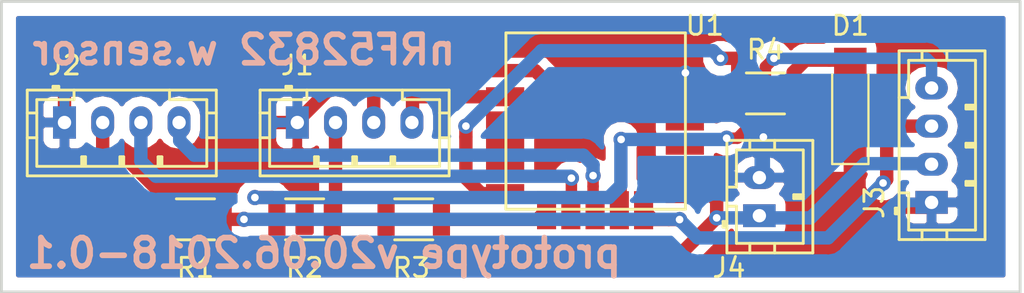
<source format=kicad_pcb>
(kicad_pcb (version 20171130) (host pcbnew "(5.0.0-rc2-183-g147c1e6)")

  (general
    (thickness 1.6)
    (drawings 6)
    (tracks 139)
    (zones 0)
    (modules 10)
    (nets 17)
  )

  (page A4)
  (layers
    (0 F.Cu signal)
    (31 B.Cu signal)
    (32 B.Adhes user)
    (33 F.Adhes user)
    (34 B.Paste user)
    (35 F.Paste user)
    (36 B.SilkS user)
    (37 F.SilkS user)
    (38 B.Mask user)
    (39 F.Mask user)
    (40 Dwgs.User user)
    (41 Cmts.User user)
    (42 Eco1.User user)
    (43 Eco2.User user)
    (44 Edge.Cuts user)
    (45 Margin user)
    (46 B.CrtYd user)
    (47 F.CrtYd user)
    (48 B.Fab user)
    (49 F.Fab user)
  )

  (setup
    (last_trace_width 0.25)
    (trace_clearance 0.2)
    (zone_clearance 0.508)
    (zone_45_only no)
    (trace_min 0.2)
    (segment_width 0.2)
    (edge_width 0.15)
    (via_size 0.8)
    (via_drill 0.4)
    (via_min_size 0.4)
    (via_min_drill 0.3)
    (uvia_size 0.3)
    (uvia_drill 0.1)
    (uvias_allowed no)
    (uvia_min_size 0.2)
    (uvia_min_drill 0.1)
    (pcb_text_width 0.3)
    (pcb_text_size 1.5 1.5)
    (mod_edge_width 0.15)
    (mod_text_size 1 1)
    (mod_text_width 0.15)
    (pad_size 1.524 1.524)
    (pad_drill 0.762)
    (pad_to_mask_clearance 0.2)
    (aux_axis_origin 0 0)
    (visible_elements FFFFFF7F)
    (pcbplotparams
      (layerselection 0x010fc_ffffffff)
      (usegerberextensions false)
      (usegerberattributes false)
      (usegerberadvancedattributes false)
      (creategerberjobfile false)
      (excludeedgelayer true)
      (linewidth 0.100000)
      (plotframeref false)
      (viasonmask false)
      (mode 1)
      (useauxorigin false)
      (hpglpennumber 1)
      (hpglpenspeed 20)
      (hpglpendiameter 15.000000)
      (psnegative false)
      (psa4output false)
      (plotreference true)
      (plotvalue true)
      (plotinvisibletext false)
      (padsonsilk false)
      (subtractmaskfromsilk false)
      (outputformat 1)
      (mirror false)
      (drillshape 1)
      (scaleselection 1)
      (outputdirectory ""))
  )

  (net 0 "")
  (net 1 "Net-(D1-Pad2)")
  (net 2 "Net-(J3-Pad3)")
  (net 3 "Net-(J3-Pad4)")
  (net 4 "Net-(R3-Pad1)")
  (net 5 "Net-(R4-Pad1)")
  (net 6 "Net-(U1-Pad3)")
  (net 7 "Net-(U1-Pad4)")
  (net 8 "Net-(U1-Pad13)")
  (net 9 "Net-(U1-Pad14)")
  (net 10 "Net-(U1-Pad12)")
  (net 11 GND)
  (net 12 "Net-(J1-Pad2)")
  (net 13 "Net-(J1-Pad3)")
  (net 14 "Net-(J1-Pad4)")
  (net 15 "Net-(J2-Pad4)")
  (net 16 "Net-(J2-Pad3)")

  (net_class Default "Это класс цепей по умолчанию."
    (clearance 0.2)
    (trace_width 0.25)
    (via_dia 0.8)
    (via_drill 0.4)
    (uvia_dia 0.3)
    (uvia_drill 0.1)
    (add_net GND)
    (add_net "Net-(D1-Pad2)")
    (add_net "Net-(J1-Pad2)")
    (add_net "Net-(J1-Pad3)")
    (add_net "Net-(J1-Pad4)")
    (add_net "Net-(J2-Pad3)")
    (add_net "Net-(J2-Pad4)")
    (add_net "Net-(J3-Pad3)")
    (add_net "Net-(J3-Pad4)")
    (add_net "Net-(R3-Pad1)")
    (add_net "Net-(R4-Pad1)")
    (add_net "Net-(U1-Pad12)")
    (add_net "Net-(U1-Pad13)")
    (add_net "Net-(U1-Pad14)")
    (add_net "Net-(U1-Pad3)")
    (add_net "Net-(U1-Pad4)")
  )

  (module LEDs:LED_1206_HandSoldering (layer F.Cu) (tedit 595FC724) (tstamp 5B2B24B8)
    (at 168.91 90.5195 90)
    (descr "LED SMD 1206, hand soldering")
    (tags "LED 1206")
    (path /5B2AEF91)
    (attr smd)
    (fp_text reference D1 (at 4.1595 0 180) (layer F.SilkS)
      (effects (font (size 1 1) (thickness 0.15)))
    )
    (fp_text value LED (at 0 1.9 90) (layer F.Fab)
      (effects (font (size 1 1) (thickness 0.15)))
    )
    (fp_line (start -3.1 -0.95) (end -3.1 0.95) (layer F.SilkS) (width 0.12))
    (fp_line (start -0.4 0) (end 0.2 -0.4) (layer F.Fab) (width 0.1))
    (fp_line (start 0.2 -0.4) (end 0.2 0.4) (layer F.Fab) (width 0.1))
    (fp_line (start 0.2 0.4) (end -0.4 0) (layer F.Fab) (width 0.1))
    (fp_line (start -0.45 -0.4) (end -0.45 0.4) (layer F.Fab) (width 0.1))
    (fp_line (start -1.6 0.8) (end -1.6 -0.8) (layer F.Fab) (width 0.1))
    (fp_line (start 1.6 0.8) (end -1.6 0.8) (layer F.Fab) (width 0.1))
    (fp_line (start 1.6 -0.8) (end 1.6 0.8) (layer F.Fab) (width 0.1))
    (fp_line (start -1.6 -0.8) (end 1.6 -0.8) (layer F.Fab) (width 0.1))
    (fp_line (start -3.1 0.95) (end 1.6 0.95) (layer F.SilkS) (width 0.12))
    (fp_line (start -3.1 -0.95) (end 1.6 -0.95) (layer F.SilkS) (width 0.12))
    (fp_line (start -3.25 -1.11) (end 3.25 -1.11) (layer F.CrtYd) (width 0.05))
    (fp_line (start -3.25 -1.11) (end -3.25 1.1) (layer F.CrtYd) (width 0.05))
    (fp_line (start 3.25 1.1) (end 3.25 -1.11) (layer F.CrtYd) (width 0.05))
    (fp_line (start 3.25 1.1) (end -3.25 1.1) (layer F.CrtYd) (width 0.05))
    (pad 1 smd rect (at -2 0 90) (size 2 1.7) (layers F.Cu F.Paste F.Mask)
      (net 11 GND))
    (pad 2 smd rect (at 2 0 90) (size 2 1.7) (layers F.Cu F.Paste F.Mask)
      (net 1 "Net-(D1-Pad2)"))
    (model ${KISYS3DMOD}/LEDs.3dshapes/LED_1206.wrl
      (at (xyz 0 0 0))
      (scale (xyz 1 1 1))
      (rotate (xyz 0 0 180))
    )
  )

  (module Resistors_SMD:R_1206 (layer F.Cu) (tedit 58307BE8) (tstamp 5B2B1B98)
    (at 134.62 96.52 180)
    (descr "Resistor SMD 1206, reflow soldering, Vishay (see dcrcw.pdf)")
    (tags "resistor 1206")
    (path /5B2A363F)
    (attr smd)
    (fp_text reference R1 (at 0 -2.54) (layer F.SilkS)
      (effects (font (size 1 1) (thickness 0.15)))
    )
    (fp_text value 4.7k (at 0 2.3 180) (layer F.Fab)
      (effects (font (size 1 1) (thickness 0.15)))
    )
    (fp_line (start -1.6 0.8) (end -1.6 -0.8) (layer F.Fab) (width 0.1))
    (fp_line (start 1.6 0.8) (end -1.6 0.8) (layer F.Fab) (width 0.1))
    (fp_line (start 1.6 -0.8) (end 1.6 0.8) (layer F.Fab) (width 0.1))
    (fp_line (start -1.6 -0.8) (end 1.6 -0.8) (layer F.Fab) (width 0.1))
    (fp_line (start -2.2 -1.2) (end 2.2 -1.2) (layer F.CrtYd) (width 0.05))
    (fp_line (start -2.2 1.2) (end 2.2 1.2) (layer F.CrtYd) (width 0.05))
    (fp_line (start -2.2 -1.2) (end -2.2 1.2) (layer F.CrtYd) (width 0.05))
    (fp_line (start 2.2 -1.2) (end 2.2 1.2) (layer F.CrtYd) (width 0.05))
    (fp_line (start 1 1.075) (end -1 1.075) (layer F.SilkS) (width 0.15))
    (fp_line (start -1 -1.075) (end 1 -1.075) (layer F.SilkS) (width 0.15))
    (pad 1 smd rect (at -1.45 0 180) (size 0.9 1.7) (layers F.Cu F.Paste F.Mask)
      (net 2 "Net-(J3-Pad3)"))
    (pad 2 smd rect (at 1.45 0 180) (size 0.9 1.7) (layers F.Cu F.Paste F.Mask)
      (net 12 "Net-(J1-Pad2)"))
    (model Resistors_SMD.3dshapes/R_1206.wrl
      (at (xyz 0 0 0))
      (scale (xyz 1 1 1))
      (rotate (xyz 0 0 0))
    )
  )

  (module Resistors_SMD:R_1206 (layer F.Cu) (tedit 58307BE8) (tstamp 5B2B1BF2)
    (at 140.335 96.52)
    (descr "Resistor SMD 1206, reflow soldering, Vishay (see dcrcw.pdf)")
    (tags "resistor 1206")
    (path /5B2A3613)
    (attr smd)
    (fp_text reference R2 (at 0 2.54) (layer F.SilkS)
      (effects (font (size 1 1) (thickness 0.15)))
    )
    (fp_text value 4.7k (at 0 2.3) (layer F.Fab)
      (effects (font (size 1 1) (thickness 0.15)))
    )
    (fp_line (start -1 -1.075) (end 1 -1.075) (layer F.SilkS) (width 0.15))
    (fp_line (start 1 1.075) (end -1 1.075) (layer F.SilkS) (width 0.15))
    (fp_line (start 2.2 -1.2) (end 2.2 1.2) (layer F.CrtYd) (width 0.05))
    (fp_line (start -2.2 -1.2) (end -2.2 1.2) (layer F.CrtYd) (width 0.05))
    (fp_line (start -2.2 1.2) (end 2.2 1.2) (layer F.CrtYd) (width 0.05))
    (fp_line (start -2.2 -1.2) (end 2.2 -1.2) (layer F.CrtYd) (width 0.05))
    (fp_line (start -1.6 -0.8) (end 1.6 -0.8) (layer F.Fab) (width 0.1))
    (fp_line (start 1.6 -0.8) (end 1.6 0.8) (layer F.Fab) (width 0.1))
    (fp_line (start 1.6 0.8) (end -1.6 0.8) (layer F.Fab) (width 0.1))
    (fp_line (start -1.6 0.8) (end -1.6 -0.8) (layer F.Fab) (width 0.1))
    (pad 2 smd rect (at 1.45 0) (size 0.9 1.7) (layers F.Cu F.Paste F.Mask)
      (net 12 "Net-(J1-Pad2)"))
    (pad 1 smd rect (at -1.45 0) (size 0.9 1.7) (layers F.Cu F.Paste F.Mask)
      (net 3 "Net-(J3-Pad4)"))
    (model Resistors_SMD.3dshapes/R_1206.wrl
      (at (xyz 0 0 0))
      (scale (xyz 1 1 1))
      (rotate (xyz 0 0 0))
    )
  )

  (module Resistors_SMD:R_1206 (layer F.Cu) (tedit 58307BE8) (tstamp 5B2B1BC5)
    (at 146.05 96.52 180)
    (descr "Resistor SMD 1206, reflow soldering, Vishay (see dcrcw.pdf)")
    (tags "resistor 1206")
    (path /5B2A350C)
    (attr smd)
    (fp_text reference R3 (at 0.127 -2.54 180) (layer F.SilkS)
      (effects (font (size 1 1) (thickness 0.15)))
    )
    (fp_text value 200 (at 0 2.3 180) (layer F.Fab)
      (effects (font (size 1 1) (thickness 0.15)))
    )
    (fp_line (start -1.6 0.8) (end -1.6 -0.8) (layer F.Fab) (width 0.1))
    (fp_line (start 1.6 0.8) (end -1.6 0.8) (layer F.Fab) (width 0.1))
    (fp_line (start 1.6 -0.8) (end 1.6 0.8) (layer F.Fab) (width 0.1))
    (fp_line (start -1.6 -0.8) (end 1.6 -0.8) (layer F.Fab) (width 0.1))
    (fp_line (start -2.2 -1.2) (end 2.2 -1.2) (layer F.CrtYd) (width 0.05))
    (fp_line (start -2.2 1.2) (end 2.2 1.2) (layer F.CrtYd) (width 0.05))
    (fp_line (start -2.2 -1.2) (end -2.2 1.2) (layer F.CrtYd) (width 0.05))
    (fp_line (start 2.2 -1.2) (end 2.2 1.2) (layer F.CrtYd) (width 0.05))
    (fp_line (start 1 1.075) (end -1 1.075) (layer F.SilkS) (width 0.15))
    (fp_line (start -1 -1.075) (end 1 -1.075) (layer F.SilkS) (width 0.15))
    (pad 1 smd rect (at -1.45 0 180) (size 0.9 1.7) (layers F.Cu F.Paste F.Mask)
      (net 4 "Net-(R3-Pad1)"))
    (pad 2 smd rect (at 1.45 0 180) (size 0.9 1.7) (layers F.Cu F.Paste F.Mask)
      (net 12 "Net-(J1-Pad2)"))
    (model Resistors_SMD.3dshapes/R_1206.wrl
      (at (xyz 0 0 0))
      (scale (xyz 1 1 1))
      (rotate (xyz 0 0 0))
    )
  )

  (module Resistors_SMD:R_1206 (layer F.Cu) (tedit 58307BE8) (tstamp 5B2B1C1F)
    (at 164.465 89.916)
    (descr "Resistor SMD 1206, reflow soldering, Vishay (see dcrcw.pdf)")
    (tags "resistor 1206")
    (path /5B2AE535)
    (attr smd)
    (fp_text reference R4 (at 0 -2.3) (layer F.SilkS)
      (effects (font (size 1 1) (thickness 0.15)))
    )
    (fp_text value 200 (at 0 2.3) (layer F.Fab)
      (effects (font (size 1 1) (thickness 0.15)))
    )
    (fp_line (start -1 -1.075) (end 1 -1.075) (layer F.SilkS) (width 0.15))
    (fp_line (start 1 1.075) (end -1 1.075) (layer F.SilkS) (width 0.15))
    (fp_line (start 2.2 -1.2) (end 2.2 1.2) (layer F.CrtYd) (width 0.05))
    (fp_line (start -2.2 -1.2) (end -2.2 1.2) (layer F.CrtYd) (width 0.05))
    (fp_line (start -2.2 1.2) (end 2.2 1.2) (layer F.CrtYd) (width 0.05))
    (fp_line (start -2.2 -1.2) (end 2.2 -1.2) (layer F.CrtYd) (width 0.05))
    (fp_line (start -1.6 -0.8) (end 1.6 -0.8) (layer F.Fab) (width 0.1))
    (fp_line (start 1.6 -0.8) (end 1.6 0.8) (layer F.Fab) (width 0.1))
    (fp_line (start 1.6 0.8) (end -1.6 0.8) (layer F.Fab) (width 0.1))
    (fp_line (start -1.6 0.8) (end -1.6 -0.8) (layer F.Fab) (width 0.1))
    (pad 2 smd rect (at 1.45 0) (size 0.9 1.7) (layers F.Cu F.Paste F.Mask)
      (net 1 "Net-(D1-Pad2)"))
    (pad 1 smd rect (at -1.45 0) (size 0.9 1.7) (layers F.Cu F.Paste F.Mask)
      (net 5 "Net-(R4-Pad1)"))
    (model Resistors_SMD.3dshapes/R_1206.wrl
      (at (xyz 0 0 0))
      (scale (xyz 1 1 1))
      (rotate (xyz 0 0 0))
    )
  )

  (module wsens:HOLYIOT_17095 (layer F.Cu) (tedit 5B2A2753) (tstamp 5B2B1B5D)
    (at 155.575 91.44)
    (path /5B2A33ED)
    (fp_text reference U1 (at 5.715 -5.08) (layer F.SilkS)
      (effects (font (size 1 1) (thickness 0.15)))
    )
    (fp_text value HOLYIOT-17095 (at -0.1 -5.08) (layer F.Fab)
      (effects (font (size 1 1) (thickness 0.15)))
    )
    (fp_line (start -4.7 4.55) (end 4.7 4.55) (layer F.SilkS) (width 0.15))
    (fp_line (start 4.7 4.55) (end 4.7 -4.7) (layer F.SilkS) (width 0.15))
    (fp_line (start 4.7 -4.7) (end -4.7 -4.7) (layer F.SilkS) (width 0.15))
    (fp_line (start -4.7 -4.7) (end -4.7 4.55) (layer F.SilkS) (width 0.15))
    (pad 1 smd rect (at -4.74 -1.35) (size 2 1) (layers F.Cu F.Paste F.Mask)
      (net 14 "Net-(J1-Pad4)"))
    (pad 2 smd rect (at -4.74 -0.08) (size 2 1) (layers F.Cu F.Paste F.Mask)
      (net 13 "Net-(J1-Pad3)"))
    (pad 3 smd rect (at -4.74 1.19) (size 2 1) (layers F.Cu F.Paste F.Mask)
      (net 6 "Net-(U1-Pad3)"))
    (pad 4 smd rect (at -4.74 2.46) (size 2 1) (layers F.Cu F.Paste F.Mask)
      (net 7 "Net-(U1-Pad4)"))
    (pad 5 smd rect (at -4.74 3.73) (size 2 1) (layers F.Cu F.Paste F.Mask)
      (net 5 "Net-(R4-Pad1)"))
    (pad 13 smd rect (at 4.67 1.19) (size 2 1) (layers F.Cu F.Paste F.Mask)
      (net 8 "Net-(U1-Pad13)"))
    (pad 15 smd rect (at 4.67 -1.35) (size 2 1) (layers F.Cu F.Paste F.Mask)
      (net 11 GND))
    (pad 11 smd rect (at 4.67 3.73) (size 2 1) (layers F.Cu F.Paste F.Mask)
      (net 12 "Net-(J1-Pad2)"))
    (pad 14 smd rect (at 4.67 -0.08) (size 2 1) (layers F.Cu F.Paste F.Mask)
      (net 9 "Net-(U1-Pad14)"))
    (pad 12 smd rect (at 4.67 2.46) (size 2 1) (layers F.Cu F.Paste F.Mask)
      (net 10 "Net-(U1-Pad12)"))
    (pad 8 smd rect (at -0.03 4.6 90) (size 2 1) (layers F.Cu F.Paste F.Mask)
      (net 15 "Net-(J2-Pad4)"))
    (pad 6 smd rect (at -2.57 4.6 90) (size 2 1) (layers F.Cu F.Paste F.Mask)
      (net 4 "Net-(R3-Pad1)"))
    (pad 10 smd rect (at 2.51 4.6 90) (size 2 1) (layers F.Cu F.Paste F.Mask)
      (net 2 "Net-(J3-Pad3)"))
    (pad 7 smd rect (at -1.3 4.6 90) (size 2 1) (layers F.Cu F.Paste F.Mask)
      (net 16 "Net-(J2-Pad3)"))
    (pad 9 smd rect (at 1.24 4.6 90) (size 2 1) (layers F.Cu F.Paste F.Mask)
      (net 3 "Net-(J3-Pad4)"))
  )

  (module Connectors_JST:JST_PH_B4B-PH-K_04x2.00mm_Straight (layer F.Cu) (tedit 56B07786) (tstamp 5B2EC576)
    (at 139.954 91.44)
    (descr http://www.jst-mfg.com/product/pdf/eng/ePH.pdf)
    (tags "connector jst ph")
    (path /5B2A3B6C)
    (fp_text reference J1 (at 0 -3) (layer F.SilkS)
      (effects (font (size 1 1) (thickness 0.15)))
    )
    (fp_text value SWD (at 3 4) (layer F.Fab)
      (effects (font (size 1 1) (thickness 0.15)))
    )
    (fp_line (start -1.95 2.8) (end -1.95 -1.7) (layer F.SilkS) (width 0.15))
    (fp_line (start -1.95 -1.7) (end 7.95 -1.7) (layer F.SilkS) (width 0.15))
    (fp_line (start 7.95 -1.7) (end 7.95 2.8) (layer F.SilkS) (width 0.15))
    (fp_line (start 7.95 2.8) (end -1.95 2.8) (layer F.SilkS) (width 0.15))
    (fp_line (start 0.5 -1.7) (end 0.5 -1.2) (layer F.SilkS) (width 0.15))
    (fp_line (start 0.5 -1.2) (end -1.45 -1.2) (layer F.SilkS) (width 0.15))
    (fp_line (start -1.45 -1.2) (end -1.45 2.3) (layer F.SilkS) (width 0.15))
    (fp_line (start -1.45 2.3) (end 7.45 2.3) (layer F.SilkS) (width 0.15))
    (fp_line (start 7.45 2.3) (end 7.45 -1.2) (layer F.SilkS) (width 0.15))
    (fp_line (start 7.45 -1.2) (end 5.5 -1.2) (layer F.SilkS) (width 0.15))
    (fp_line (start 5.5 -1.2) (end 5.5 -1.7) (layer F.SilkS) (width 0.15))
    (fp_line (start -1.95 -0.5) (end -1.45 -0.5) (layer F.SilkS) (width 0.15))
    (fp_line (start -1.95 0.8) (end -1.45 0.8) (layer F.SilkS) (width 0.15))
    (fp_line (start 7.45 -0.5) (end 7.95 -0.5) (layer F.SilkS) (width 0.15))
    (fp_line (start 7.45 0.8) (end 7.95 0.8) (layer F.SilkS) (width 0.15))
    (fp_line (start -0.3 -1.7) (end -0.3 -1.9) (layer F.SilkS) (width 0.15))
    (fp_line (start -0.3 -1.9) (end -0.6 -1.9) (layer F.SilkS) (width 0.15))
    (fp_line (start -0.6 -1.9) (end -0.6 -1.7) (layer F.SilkS) (width 0.15))
    (fp_line (start -0.3 -1.8) (end -0.6 -1.8) (layer F.SilkS) (width 0.15))
    (fp_line (start 0.9 2.3) (end 0.9 1.8) (layer F.SilkS) (width 0.15))
    (fp_line (start 0.9 1.8) (end 1.1 1.8) (layer F.SilkS) (width 0.15))
    (fp_line (start 1.1 1.8) (end 1.1 2.3) (layer F.SilkS) (width 0.15))
    (fp_line (start 1 2.3) (end 1 1.8) (layer F.SilkS) (width 0.15))
    (fp_line (start 2.9 2.3) (end 2.9 1.8) (layer F.SilkS) (width 0.15))
    (fp_line (start 2.9 1.8) (end 3.1 1.8) (layer F.SilkS) (width 0.15))
    (fp_line (start 3.1 1.8) (end 3.1 2.3) (layer F.SilkS) (width 0.15))
    (fp_line (start 3 2.3) (end 3 1.8) (layer F.SilkS) (width 0.15))
    (fp_line (start 4.9 2.3) (end 4.9 1.8) (layer F.SilkS) (width 0.15))
    (fp_line (start 4.9 1.8) (end 5.1 1.8) (layer F.SilkS) (width 0.15))
    (fp_line (start 5.1 1.8) (end 5.1 2.3) (layer F.SilkS) (width 0.15))
    (fp_line (start 5 2.3) (end 5 1.8) (layer F.SilkS) (width 0.15))
    (fp_line (start -2.45 3.3) (end -2.45 -2.2) (layer F.CrtYd) (width 0.05))
    (fp_line (start -2.45 -2.2) (end 8.45 -2.2) (layer F.CrtYd) (width 0.05))
    (fp_line (start 8.45 -2.2) (end 8.45 3.3) (layer F.CrtYd) (width 0.05))
    (fp_line (start 8.45 3.3) (end -2.45 3.3) (layer F.CrtYd) (width 0.05))
    (pad 1 thru_hole rect (at 0 0) (size 1.2 1.7) (drill 0.7) (layers *.Cu *.Mask)
      (net 11 GND))
    (pad 2 thru_hole oval (at 2 0) (size 1.2 1.7) (drill 0.7) (layers *.Cu *.Mask)
      (net 12 "Net-(J1-Pad2)"))
    (pad 3 thru_hole oval (at 4 0) (size 1.2 1.7) (drill 0.7) (layers *.Cu *.Mask)
      (net 13 "Net-(J1-Pad3)"))
    (pad 4 thru_hole oval (at 6 0) (size 1.2 1.7) (drill 0.7) (layers *.Cu *.Mask)
      (net 14 "Net-(J1-Pad4)"))
  )

  (module Connectors_JST:JST_PH_B4B-PH-K_04x2.00mm_Straight (layer F.Cu) (tedit 56B07786) (tstamp 5B2EC5A0)
    (at 127.762 91.44)
    (descr http://www.jst-mfg.com/product/pdf/eng/ePH.pdf)
    (tags "connector jst ph")
    (path /5B2A3C7A)
    (fp_text reference J2 (at 0 -3) (layer F.SilkS)
      (effects (font (size 1 1) (thickness 0.15)))
    )
    (fp_text value UART (at 3 4) (layer F.Fab)
      (effects (font (size 1 1) (thickness 0.15)))
    )
    (fp_line (start 8.45 3.3) (end -2.45 3.3) (layer F.CrtYd) (width 0.05))
    (fp_line (start 8.45 -2.2) (end 8.45 3.3) (layer F.CrtYd) (width 0.05))
    (fp_line (start -2.45 -2.2) (end 8.45 -2.2) (layer F.CrtYd) (width 0.05))
    (fp_line (start -2.45 3.3) (end -2.45 -2.2) (layer F.CrtYd) (width 0.05))
    (fp_line (start 5 2.3) (end 5 1.8) (layer F.SilkS) (width 0.15))
    (fp_line (start 5.1 1.8) (end 5.1 2.3) (layer F.SilkS) (width 0.15))
    (fp_line (start 4.9 1.8) (end 5.1 1.8) (layer F.SilkS) (width 0.15))
    (fp_line (start 4.9 2.3) (end 4.9 1.8) (layer F.SilkS) (width 0.15))
    (fp_line (start 3 2.3) (end 3 1.8) (layer F.SilkS) (width 0.15))
    (fp_line (start 3.1 1.8) (end 3.1 2.3) (layer F.SilkS) (width 0.15))
    (fp_line (start 2.9 1.8) (end 3.1 1.8) (layer F.SilkS) (width 0.15))
    (fp_line (start 2.9 2.3) (end 2.9 1.8) (layer F.SilkS) (width 0.15))
    (fp_line (start 1 2.3) (end 1 1.8) (layer F.SilkS) (width 0.15))
    (fp_line (start 1.1 1.8) (end 1.1 2.3) (layer F.SilkS) (width 0.15))
    (fp_line (start 0.9 1.8) (end 1.1 1.8) (layer F.SilkS) (width 0.15))
    (fp_line (start 0.9 2.3) (end 0.9 1.8) (layer F.SilkS) (width 0.15))
    (fp_line (start -0.3 -1.8) (end -0.6 -1.8) (layer F.SilkS) (width 0.15))
    (fp_line (start -0.6 -1.9) (end -0.6 -1.7) (layer F.SilkS) (width 0.15))
    (fp_line (start -0.3 -1.9) (end -0.6 -1.9) (layer F.SilkS) (width 0.15))
    (fp_line (start -0.3 -1.7) (end -0.3 -1.9) (layer F.SilkS) (width 0.15))
    (fp_line (start 7.45 0.8) (end 7.95 0.8) (layer F.SilkS) (width 0.15))
    (fp_line (start 7.45 -0.5) (end 7.95 -0.5) (layer F.SilkS) (width 0.15))
    (fp_line (start -1.95 0.8) (end -1.45 0.8) (layer F.SilkS) (width 0.15))
    (fp_line (start -1.95 -0.5) (end -1.45 -0.5) (layer F.SilkS) (width 0.15))
    (fp_line (start 5.5 -1.2) (end 5.5 -1.7) (layer F.SilkS) (width 0.15))
    (fp_line (start 7.45 -1.2) (end 5.5 -1.2) (layer F.SilkS) (width 0.15))
    (fp_line (start 7.45 2.3) (end 7.45 -1.2) (layer F.SilkS) (width 0.15))
    (fp_line (start -1.45 2.3) (end 7.45 2.3) (layer F.SilkS) (width 0.15))
    (fp_line (start -1.45 -1.2) (end -1.45 2.3) (layer F.SilkS) (width 0.15))
    (fp_line (start 0.5 -1.2) (end -1.45 -1.2) (layer F.SilkS) (width 0.15))
    (fp_line (start 0.5 -1.7) (end 0.5 -1.2) (layer F.SilkS) (width 0.15))
    (fp_line (start 7.95 2.8) (end -1.95 2.8) (layer F.SilkS) (width 0.15))
    (fp_line (start 7.95 -1.7) (end 7.95 2.8) (layer F.SilkS) (width 0.15))
    (fp_line (start -1.95 -1.7) (end 7.95 -1.7) (layer F.SilkS) (width 0.15))
    (fp_line (start -1.95 2.8) (end -1.95 -1.7) (layer F.SilkS) (width 0.15))
    (pad 4 thru_hole oval (at 6 0) (size 1.2 1.7) (drill 0.7) (layers *.Cu *.Mask)
      (net 15 "Net-(J2-Pad4)"))
    (pad 3 thru_hole oval (at 4 0) (size 1.2 1.7) (drill 0.7) (layers *.Cu *.Mask)
      (net 16 "Net-(J2-Pad3)"))
    (pad 2 thru_hole oval (at 2 0) (size 1.2 1.7) (drill 0.7) (layers *.Cu *.Mask)
      (net 12 "Net-(J1-Pad2)"))
    (pad 1 thru_hole rect (at 0 0) (size 1.2 1.7) (drill 0.7) (layers *.Cu *.Mask)
      (net 11 GND))
  )

  (module Connectors_JST:JST_PH_B4B-PH-K_04x2.00mm_Straight (layer F.Cu) (tedit 56B07786) (tstamp 5B2EC5CA)
    (at 173.1645 95.631 90)
    (descr http://www.jst-mfg.com/product/pdf/eng/ePH.pdf)
    (tags "connector jst ph")
    (path /5B2A3D3B)
    (fp_text reference J3 (at 0 -3 90) (layer F.SilkS)
      (effects (font (size 1 1) (thickness 0.15)))
    )
    (fp_text value I2C (at 3 4 90) (layer F.Fab)
      (effects (font (size 1 1) (thickness 0.15)))
    )
    (fp_line (start -1.95 2.8) (end -1.95 -1.7) (layer F.SilkS) (width 0.15))
    (fp_line (start -1.95 -1.7) (end 7.95 -1.7) (layer F.SilkS) (width 0.15))
    (fp_line (start 7.95 -1.7) (end 7.95 2.8) (layer F.SilkS) (width 0.15))
    (fp_line (start 7.95 2.8) (end -1.95 2.8) (layer F.SilkS) (width 0.15))
    (fp_line (start 0.5 -1.7) (end 0.5 -1.2) (layer F.SilkS) (width 0.15))
    (fp_line (start 0.5 -1.2) (end -1.45 -1.2) (layer F.SilkS) (width 0.15))
    (fp_line (start -1.45 -1.2) (end -1.45 2.3) (layer F.SilkS) (width 0.15))
    (fp_line (start -1.45 2.3) (end 7.45 2.3) (layer F.SilkS) (width 0.15))
    (fp_line (start 7.45 2.3) (end 7.45 -1.2) (layer F.SilkS) (width 0.15))
    (fp_line (start 7.45 -1.2) (end 5.5 -1.2) (layer F.SilkS) (width 0.15))
    (fp_line (start 5.5 -1.2) (end 5.5 -1.7) (layer F.SilkS) (width 0.15))
    (fp_line (start -1.95 -0.5) (end -1.45 -0.5) (layer F.SilkS) (width 0.15))
    (fp_line (start -1.95 0.8) (end -1.45 0.8) (layer F.SilkS) (width 0.15))
    (fp_line (start 7.45 -0.5) (end 7.95 -0.5) (layer F.SilkS) (width 0.15))
    (fp_line (start 7.45 0.8) (end 7.95 0.8) (layer F.SilkS) (width 0.15))
    (fp_line (start -0.3 -1.7) (end -0.3 -1.9) (layer F.SilkS) (width 0.15))
    (fp_line (start -0.3 -1.9) (end -0.6 -1.9) (layer F.SilkS) (width 0.15))
    (fp_line (start -0.6 -1.9) (end -0.6 -1.7) (layer F.SilkS) (width 0.15))
    (fp_line (start -0.3 -1.8) (end -0.6 -1.8) (layer F.SilkS) (width 0.15))
    (fp_line (start 0.9 2.3) (end 0.9 1.8) (layer F.SilkS) (width 0.15))
    (fp_line (start 0.9 1.8) (end 1.1 1.8) (layer F.SilkS) (width 0.15))
    (fp_line (start 1.1 1.8) (end 1.1 2.3) (layer F.SilkS) (width 0.15))
    (fp_line (start 1 2.3) (end 1 1.8) (layer F.SilkS) (width 0.15))
    (fp_line (start 2.9 2.3) (end 2.9 1.8) (layer F.SilkS) (width 0.15))
    (fp_line (start 2.9 1.8) (end 3.1 1.8) (layer F.SilkS) (width 0.15))
    (fp_line (start 3.1 1.8) (end 3.1 2.3) (layer F.SilkS) (width 0.15))
    (fp_line (start 3 2.3) (end 3 1.8) (layer F.SilkS) (width 0.15))
    (fp_line (start 4.9 2.3) (end 4.9 1.8) (layer F.SilkS) (width 0.15))
    (fp_line (start 4.9 1.8) (end 5.1 1.8) (layer F.SilkS) (width 0.15))
    (fp_line (start 5.1 1.8) (end 5.1 2.3) (layer F.SilkS) (width 0.15))
    (fp_line (start 5 2.3) (end 5 1.8) (layer F.SilkS) (width 0.15))
    (fp_line (start -2.45 3.3) (end -2.45 -2.2) (layer F.CrtYd) (width 0.05))
    (fp_line (start -2.45 -2.2) (end 8.45 -2.2) (layer F.CrtYd) (width 0.05))
    (fp_line (start 8.45 -2.2) (end 8.45 3.3) (layer F.CrtYd) (width 0.05))
    (fp_line (start 8.45 3.3) (end -2.45 3.3) (layer F.CrtYd) (width 0.05))
    (pad 1 thru_hole rect (at 0 0 90) (size 1.2 1.7) (drill 0.7) (layers *.Cu *.Mask)
      (net 11 GND))
    (pad 2 thru_hole oval (at 2 0 90) (size 1.2 1.7) (drill 0.7) (layers *.Cu *.Mask)
      (net 12 "Net-(J1-Pad2)"))
    (pad 3 thru_hole oval (at 4 0 90) (size 1.2 1.7) (drill 0.7) (layers *.Cu *.Mask)
      (net 2 "Net-(J3-Pad3)"))
    (pad 4 thru_hole oval (at 6 0 90) (size 1.2 1.7) (drill 0.7) (layers *.Cu *.Mask)
      (net 3 "Net-(J3-Pad4)"))
  )

  (module Connectors_JST:JST_PH_B2B-PH-K_02x2.00mm_Straight (layer F.Cu) (tedit 56B07786) (tstamp 5B2F6383)
    (at 164.1475 96.3295 90)
    (descr http://www.jst-mfg.com/product/pdf/eng/ePH.pdf)
    (tags "connector jst ph")
    (path /5B2B0A13)
    (fp_text reference J4 (at -2.7305 -1.5875 180) (layer F.SilkS)
      (effects (font (size 1 1) (thickness 0.15)))
    )
    (fp_text value Batt (at 1 4 90) (layer F.Fab)
      (effects (font (size 1 1) (thickness 0.15)))
    )
    (fp_line (start -1.95 2.8) (end -1.95 -1.7) (layer F.SilkS) (width 0.15))
    (fp_line (start -1.95 -1.7) (end 3.95 -1.7) (layer F.SilkS) (width 0.15))
    (fp_line (start 3.95 -1.7) (end 3.95 2.8) (layer F.SilkS) (width 0.15))
    (fp_line (start 3.95 2.8) (end -1.95 2.8) (layer F.SilkS) (width 0.15))
    (fp_line (start 0.5 -1.7) (end 0.5 -1.2) (layer F.SilkS) (width 0.15))
    (fp_line (start 0.5 -1.2) (end -1.45 -1.2) (layer F.SilkS) (width 0.15))
    (fp_line (start -1.45 -1.2) (end -1.45 2.3) (layer F.SilkS) (width 0.15))
    (fp_line (start -1.45 2.3) (end 3.45 2.3) (layer F.SilkS) (width 0.15))
    (fp_line (start 3.45 2.3) (end 3.45 -1.2) (layer F.SilkS) (width 0.15))
    (fp_line (start 3.45 -1.2) (end 1.5 -1.2) (layer F.SilkS) (width 0.15))
    (fp_line (start 1.5 -1.2) (end 1.5 -1.7) (layer F.SilkS) (width 0.15))
    (fp_line (start -1.95 -0.5) (end -1.45 -0.5) (layer F.SilkS) (width 0.15))
    (fp_line (start -1.95 0.8) (end -1.45 0.8) (layer F.SilkS) (width 0.15))
    (fp_line (start 3.45 -0.5) (end 3.95 -0.5) (layer F.SilkS) (width 0.15))
    (fp_line (start 3.45 0.8) (end 3.95 0.8) (layer F.SilkS) (width 0.15))
    (fp_line (start -0.3 -1.7) (end -0.3 -1.9) (layer F.SilkS) (width 0.15))
    (fp_line (start -0.3 -1.9) (end -0.6 -1.9) (layer F.SilkS) (width 0.15))
    (fp_line (start -0.6 -1.9) (end -0.6 -1.7) (layer F.SilkS) (width 0.15))
    (fp_line (start -0.3 -1.8) (end -0.6 -1.8) (layer F.SilkS) (width 0.15))
    (fp_line (start 0.9 2.3) (end 0.9 1.8) (layer F.SilkS) (width 0.15))
    (fp_line (start 0.9 1.8) (end 1.1 1.8) (layer F.SilkS) (width 0.15))
    (fp_line (start 1.1 1.8) (end 1.1 2.3) (layer F.SilkS) (width 0.15))
    (fp_line (start 1 2.3) (end 1 1.8) (layer F.SilkS) (width 0.15))
    (fp_line (start -2.45 3.3) (end -2.45 -2.2) (layer F.CrtYd) (width 0.05))
    (fp_line (start -2.45 -2.2) (end 4.45 -2.2) (layer F.CrtYd) (width 0.05))
    (fp_line (start 4.45 -2.2) (end 4.45 3.3) (layer F.CrtYd) (width 0.05))
    (fp_line (start 4.45 3.3) (end -2.45 3.3) (layer F.CrtYd) (width 0.05))
    (pad 1 thru_hole rect (at 0 0 90) (size 1.2 1.7) (drill 0.7) (layers *.Cu *.Mask)
      (net 12 "Net-(J1-Pad2)"))
    (pad 2 thru_hole oval (at 2 0 90) (size 1.2 1.7) (drill 0.7) (layers *.Cu *.Mask)
      (net 11 GND))
  )

  (gr_text "prototype v20.06.2018-0.1" (at 141.351 98.298) (layer B.SilkS)
    (effects (font (size 1.5 1.5) (thickness 0.3)) (justify mirror))
  )
  (gr_line (start 124.46 100.33) (end 124.46 85.09) (layer Edge.Cuts) (width 0.15))
  (gr_line (start 177.8 100.33) (end 124.46 100.33) (layer Edge.Cuts) (width 0.15))
  (gr_line (start 177.8 85.09) (end 177.8 100.33) (layer Edge.Cuts) (width 0.15))
  (gr_line (start 124.46 85.09) (end 177.8 85.09) (layer Edge.Cuts) (width 0.15))
  (gr_text "nRF52832 w.sensor" (at 137.16 87.63) (layer B.SilkS)
    (effects (font (size 1.5 1.5) (thickness 0.3)) (justify mirror))
  )

  (segment (start 167.81 88.17) (end 168.91 88.17) (width 0.7) (layer F.Cu) (net 1))
  (segment (start 166.561 88.17) (end 167.81 88.17) (width 0.7) (layer F.Cu) (net 1))
  (segment (start 165.915 88.816) (end 166.561 88.17) (width 0.7) (layer F.Cu) (net 1))
  (segment (start 165.915 89.916) (end 165.915 88.816) (width 0.7) (layer F.Cu) (net 1))
  (via (at 170.6245 94.615) (size 0.8) (drill 0.4) (layers F.Cu B.Cu) (net 2))
  (segment (start 158.115 96.07) (end 158.085 96.04) (width 0.25) (layer F.Cu) (net 2))
  (segment (start 170.815 94.4245) (end 170.815 91.6305) (width 0.7) (layer F.Cu) (net 2))
  (segment (start 170.815 91.6305) (end 173.1645 91.6305) (width 0.7) (layer F.Cu) (net 2))
  (segment (start 170.6245 94.615) (end 170.815 94.4245) (width 0.7) (layer F.Cu) (net 2))
  (via (at 137.160002 96.52) (size 0.8) (drill 0.4) (layers F.Cu B.Cu) (net 2))
  (segment (start 137.160002 96.52) (end 136.07 96.52) (width 0.7) (layer F.Cu) (net 2))
  (segment (start 158.577699 96.532699) (end 159.403515 96.532699) (width 0.7) (layer F.Cu) (net 2))
  (segment (start 159.403515 96.532699) (end 159.9692 96.532699) (width 0.7) (layer F.Cu) (net 2))
  (segment (start 158.115 96.07) (end 158.577699 96.532699) (width 0.7) (layer F.Cu) (net 2))
  (via (at 159.9692 96.532699) (size 0.8) (drill 0.4) (layers F.Cu B.Cu) (net 2))
  (segment (start 159.9692 96.52) (end 159.9819 96.5327) (width 0.7) (layer B.Cu) (net 2))
  (segment (start 137.160002 96.52) (end 159.9692 96.52) (width 0.7) (layer B.Cu) (net 2))
  (segment (start 159.969199 96.5327) (end 159.9692 96.532699) (width 0.7) (layer B.Cu) (net 2))
  (segment (start 159.9565 96.5327) (end 159.969199 96.5327) (width 0.7) (layer B.Cu) (net 2))
  (segment (start 160.915299 97.491499) (end 159.9565 96.5327) (width 0.7) (layer B.Cu) (net 2))
  (segment (start 167.748001 97.491499) (end 160.915299 97.491499) (width 0.7) (layer B.Cu) (net 2))
  (segment (start 170.6245 94.615) (end 167.748001 97.491499) (width 0.7) (layer B.Cu) (net 2))
  (via (at 162.433 92.2655) (size 0.8) (drill 0.4) (layers F.Cu B.Cu) (net 3))
  (via (at 156.9085 92.329) (size 0.8) (drill 0.4) (layers F.Cu B.Cu) (net 3))
  (segment (start 162.3695 92.329) (end 162.433 92.2655) (width 0.7) (layer B.Cu) (net 3))
  (segment (start 156.9085 92.329) (end 162.3695 92.329) (width 0.7) (layer B.Cu) (net 3))
  (segment (start 162.998685 92.2655) (end 164.465 90.799185) (width 0.6) (layer F.Cu) (net 3))
  (segment (start 164.465 88.519) (end 164.9095 88.0745) (width 0.6) (layer F.Cu) (net 3))
  (segment (start 164.465 90.799185) (end 164.465 88.519) (width 0.6) (layer F.Cu) (net 3))
  (segment (start 162.433 92.2655) (end 162.998685 92.2655) (width 0.6) (layer F.Cu) (net 3))
  (via (at 164.9095 88.0745) (size 0.8) (drill 0.4) (layers F.Cu B.Cu) (net 3))
  (segment (start 156.7815 96.0065) (end 156.815 96.04) (width 0.25) (layer F.Cu) (net 3))
  (segment (start 156.9085 92.329) (end 156.9085 92.329012) (width 0.7) (layer F.Cu) (net 3))
  (segment (start 156.9085 92.329) (end 156.9085 92.329012) (width 0.7) (layer B.Cu) (net 3))
  (segment (start 156.9085 95.8795) (end 156.9085 92.329) (width 0.6) (layer F.Cu) (net 3))
  (segment (start 156.7815 96.0065) (end 156.9085 95.8795) (width 0.6) (layer F.Cu) (net 3))
  (segment (start 173.1645 88.3285) (end 173.1645 89.5985) (width 0.6) (layer B.Cu) (net 3))
  (segment (start 172.9105 88.0745) (end 173.1645 88.3285) (width 0.6) (layer B.Cu) (net 3))
  (segment (start 164.9095 88.0745) (end 172.9105 88.0745) (width 0.6) (layer B.Cu) (net 3))
  (via (at 137.7315 95.377) (size 0.8) (drill 0.4) (layers F.Cu B.Cu) (net 3))
  (segment (start 137.7315 95.377) (end 137.742 95.377) (width 0.25) (layer F.Cu) (net 3))
  (segment (start 138.885 95.6415) (end 138.885 96.52) (width 0.7) (layer F.Cu) (net 3))
  (segment (start 138.6205 95.377) (end 138.885 95.6415) (width 0.7) (layer F.Cu) (net 3))
  (segment (start 137.742 95.377) (end 138.6205 95.377) (width 0.7) (layer F.Cu) (net 3))
  (segment (start 137.7315 95.377) (end 156.2608 95.377) (width 0.7) (layer B.Cu) (net 3))
  (segment (start 156.8958 94.742) (end 156.8958 92.3163) (width 0.7) (layer B.Cu) (net 3))
  (segment (start 156.2608 95.377) (end 156.8958 94.742) (width 0.7) (layer B.Cu) (net 3))
  (segment (start 152.525 96.52) (end 153.005 96.04) (width 0.7) (layer F.Cu) (net 4))
  (segment (start 147.5 96.52) (end 152.525 96.52) (width 0.7) (layer F.Cu) (net 4))
  (via (at 162.1155 88.0745) (size 0.8) (drill 0.4) (layers F.Cu B.Cu) (net 5))
  (via (at 148.7805 91.6305) (size 0.8) (drill 0.4) (layers F.Cu B.Cu) (net 5))
  (segment (start 148.7805 94.3655) (end 148.7805 92.196185) (width 0.7) (layer F.Cu) (net 5))
  (segment (start 149.585 95.17) (end 148.7805 94.3655) (width 0.7) (layer F.Cu) (net 5))
  (segment (start 148.7805 92.196185) (end 148.7805 91.6305) (width 0.7) (layer F.Cu) (net 5))
  (segment (start 150.835 95.17) (end 149.585 95.17) (width 0.7) (layer F.Cu) (net 5))
  (segment (start 163.0045 88.0745) (end 163.015 88.085) (width 0.7) (layer F.Cu) (net 5))
  (segment (start 163.015 88.085) (end 163.015 89.916) (width 0.7) (layer F.Cu) (net 5))
  (segment (start 162.1155 88.0745) (end 163.0045 88.0745) (width 0.7) (layer F.Cu) (net 5))
  (segment (start 161.715501 87.674501) (end 162.1155 88.0745) (width 0.7) (layer B.Cu) (net 5))
  (segment (start 152.736499 87.674501) (end 161.715501 87.674501) (width 0.7) (layer B.Cu) (net 5))
  (segment (start 148.7805 91.6305) (end 152.736499 87.674501) (width 0.7) (layer B.Cu) (net 5))
  (via (at 164.358 92.202) (size 0.8) (drill 0.4) (layers F.Cu B.Cu) (net 11))
  (segment (start 164.39 92.17) (end 164.358 92.202) (width 0.25) (layer F.Cu) (net 11))
  (segment (start 168.91 92.17) (end 164.39 92.17) (width 0.7) (layer F.Cu) (net 11))
  (segment (start 168.91 95.25) (end 168.91 92.17) (width 0.7) (layer F.Cu) (net 11))
  (segment (start 169.545 95.885) (end 168.91 95.25) (width 0.7) (layer F.Cu) (net 11))
  (segment (start 172.9105 95.885) (end 169.545 95.885) (width 0.7) (layer F.Cu) (net 11))
  (segment (start 173.1645 95.631) (end 172.9105 95.885) (width 0.7) (layer F.Cu) (net 11))
  (segment (start 127.762 88.773) (end 127.762 91.44) (width 0.7) (layer F.Cu) (net 11))
  (segment (start 133.858 88.773) (end 127.762 88.773) (width 0.7) (layer F.Cu) (net 11))
  (segment (start 136.525 91.44) (end 133.858 88.773) (width 0.7) (layer F.Cu) (net 11))
  (segment (start 139.954 91.44) (end 136.525 91.44) (width 0.7) (layer F.Cu) (net 11))
  (segment (start 164.358 94.087) (end 164.358 92.202) (width 0.7) (layer B.Cu) (net 11))
  (segment (start 164.1475 94.2975) (end 164.358 94.087) (width 0.7) (layer B.Cu) (net 11))
  (via (at 160.274008 88.8365) (size 0.8) (drill 0.4) (layers F.Cu B.Cu) (net 11))
  (segment (start 143.637 87.6935) (end 159.131008 87.6935) (width 0.7) (layer F.Cu) (net 11))
  (segment (start 139.8905 91.44) (end 143.637 87.6935) (width 0.7) (layer F.Cu) (net 11))
  (segment (start 159.874009 88.436501) (end 160.274008 88.8365) (width 0.7) (layer F.Cu) (net 11))
  (segment (start 159.131008 87.6935) (end 159.874009 88.436501) (width 0.7) (layer F.Cu) (net 11))
  (segment (start 160.274008 90.932008) (end 160.274008 88.8365) (width 0.7) (layer B.Cu) (net 11))
  (segment (start 160.401 91.059) (end 160.274008 90.932008) (width 0.7) (layer B.Cu) (net 11))
  (segment (start 163.195 91.059) (end 160.401 91.059) (width 0.7) (layer B.Cu) (net 11))
  (segment (start 164.338 92.202) (end 163.195 91.059) (width 0.7) (layer B.Cu) (net 11))
  (segment (start 164.358 92.202) (end 164.338 92.202) (width 0.7) (layer B.Cu) (net 11))
  (segment (start 160.274008 90.060992) (end 160.245 90.09) (width 0.25) (layer F.Cu) (net 11))
  (segment (start 160.274008 88.8365) (end 160.274008 90.060992) (width 0.7) (layer F.Cu) (net 11))
  (segment (start 132.47 96.52) (end 133.17 96.52) (width 0.7) (layer F.Cu) (net 12))
  (segment (start 129.762 93.812) (end 132.47 96.52) (width 0.7) (layer F.Cu) (net 12))
  (segment (start 129.762 91.44) (end 129.762 93.812) (width 0.7) (layer F.Cu) (net 12))
  (segment (start 144.5895 96.52) (end 141.785 96.52) (width 0.7) (layer F.Cu) (net 12))
  (segment (start 141.954 96.351) (end 141.785 96.52) (width 0.7) (layer F.Cu) (net 12))
  (segment (start 141.954 91.44) (end 141.954 96.351) (width 0.7) (layer F.Cu) (net 12))
  (segment (start 133.1849 98.1964) (end 133.1595 98.171) (width 0.7) (layer F.Cu) (net 12))
  (segment (start 133.1595 98.171) (end 133.1595 96.52) (width 0.7) (layer F.Cu) (net 12))
  (segment (start 141.5161 98.1964) (end 133.1849 98.1964) (width 0.7) (layer F.Cu) (net 12))
  (segment (start 141.7955 97.917) (end 141.5161 98.1964) (width 0.7) (layer F.Cu) (net 12))
  (segment (start 141.7955 96.52) (end 141.7955 97.917) (width 0.7) (layer F.Cu) (net 12))
  (via (at 161.9123 96.4438) (size 0.8) (drill 0.4) (layers F.Cu B.Cu) (net 12))
  (segment (start 162.477985 96.4438) (end 161.9123 96.4438) (width 0.7) (layer B.Cu) (net 12))
  (segment (start 173.1645 93.599) (end 169.672 93.599) (width 0.7) (layer B.Cu) (net 12))
  (segment (start 169.672 93.599) (end 166.8272 96.4438) (width 0.7) (layer B.Cu) (net 12))
  (segment (start 166.8272 96.4438) (end 162.477985 96.4438) (width 0.7) (layer B.Cu) (net 12))
  (segment (start 161.9123 95.5421) (end 161.9123 96.4438) (width 0.7) (layer F.Cu) (net 12))
  (segment (start 161.544 95.1738) (end 161.9123 95.5421) (width 0.7) (layer F.Cu) (net 12))
  (segment (start 160.274 95.1738) (end 161.544 95.1738) (width 0.7) (layer F.Cu) (net 12))
  (segment (start 144.7419 98.2599) (end 160.0962 98.2599) (width 0.7) (layer F.Cu) (net 12))
  (segment (start 160.0962 98.2599) (end 161.512301 96.843799) (width 0.7) (layer F.Cu) (net 12))
  (segment (start 144.5514 98.0694) (end 144.7419 98.2599) (width 0.7) (layer F.Cu) (net 12))
  (segment (start 144.5514 96.5454) (end 144.5514 98.0694) (width 0.7) (layer F.Cu) (net 12))
  (segment (start 161.512301 96.843799) (end 161.9123 96.4438) (width 0.7) (layer F.Cu) (net 12))
  (segment (start 144.526 96.52) (end 144.5514 96.5454) (width 0.7) (layer F.Cu) (net 12))
  (segment (start 143.9545 89.3445) (end 143.9545 91.44) (width 0.7) (layer F.Cu) (net 13))
  (segment (start 152.908 89.218198) (end 152.410313 88.720511) (width 0.7) (layer F.Cu) (net 13))
  (segment (start 152.908 90.987) (end 152.908 89.218198) (width 0.7) (layer F.Cu) (net 13))
  (segment (start 144.578489 88.720511) (end 143.9545 89.3445) (width 0.7) (layer F.Cu) (net 13))
  (segment (start 152.535 91.36) (end 152.908 90.987) (width 0.7) (layer F.Cu) (net 13))
  (segment (start 152.410313 88.720511) (end 144.578489 88.720511) (width 0.7) (layer F.Cu) (net 13))
  (segment (start 150.835 91.36) (end 152.535 91.36) (width 0.7) (layer F.Cu) (net 13))
  (segment (start 145.9865 90.17) (end 145.9865 91.44) (width 0.7) (layer F.Cu) (net 14))
  (segment (start 146.0665 90.09) (end 145.9865 90.17) (width 0.7) (layer F.Cu) (net 14))
  (segment (start 150.835 90.09) (end 146.0665 90.09) (width 0.7) (layer F.Cu) (net 14))
  (segment (start 155.575 96.01) (end 155.545 96.04) (width 0.25) (layer F.Cu) (net 15))
  (via (at 155.439742 94.225742) (size 0.8) (drill 0.4) (layers F.Cu B.Cu) (net 15))
  (segment (start 134.5565 93.1545) (end 154.934185 93.1545) (width 0.7) (layer B.Cu) (net 15))
  (segment (start 155.575 96.01) (end 155.439742 95.874742) (width 0.6) (layer F.Cu) (net 15))
  (segment (start 155.439742 94.791427) (end 155.439742 94.225742) (width 0.6) (layer F.Cu) (net 15))
  (segment (start 133.7945 91.44) (end 133.7945 92.3925) (width 0.7) (layer B.Cu) (net 15))
  (segment (start 155.439742 95.874742) (end 155.439742 94.791427) (width 0.6) (layer F.Cu) (net 15))
  (segment (start 133.7945 92.3925) (end 134.5565 93.1545) (width 0.7) (layer B.Cu) (net 15))
  (segment (start 154.934185 93.1545) (end 155.439742 93.660057) (width 0.7) (layer B.Cu) (net 15))
  (segment (start 155.439742 93.660057) (end 155.439742 94.225742) (width 0.7) (layer B.Cu) (net 15))
  (via (at 154.305 94.361) (size 0.8) (drill 0.4) (layers F.Cu B.Cu) (net 16))
  (segment (start 154.305 96.01) (end 154.275 96.04) (width 0.25) (layer F.Cu) (net 16))
  (segment (start 154.305 94.361) (end 154.305 96.01) (width 0.6) (layer F.Cu) (net 16))
  (segment (start 132.5499 94.2594) (end 131.7625 93.472) (width 0.7) (layer B.Cu) (net 16))
  (segment (start 154.305 94.2975) (end 154.2669 94.2594) (width 0.7) (layer B.Cu) (net 16))
  (segment (start 131.7625 93.472) (end 131.7625 91.44) (width 0.7) (layer B.Cu) (net 16))
  (segment (start 154.2669 94.2594) (end 132.5499 94.2594) (width 0.7) (layer B.Cu) (net 16))
  (segment (start 154.305 94.361) (end 154.305 94.2975) (width 0.7) (layer B.Cu) (net 16))

  (zone (net 11) (net_name GND) (layer F.Cu) (tstamp 0) (hatch edge 0.508)
    (connect_pads (clearance 0.508))
    (min_thickness 0.254)
    (fill yes (arc_segments 16) (thermal_gap 0.508) (thermal_bridge_width 0.508))
    (polygon
      (pts
        (xy 177.038 85.852) (xy 177.038 99.568) (xy 125.222 99.568) (xy 125.222 85.852)
      )
    )
    (filled_polygon
      (pts
        (xy 176.911 99.441) (xy 125.349 99.441) (xy 125.349 91.72575) (xy 126.527 91.72575) (xy 126.527 92.41631)
        (xy 126.623673 92.649699) (xy 126.802302 92.828327) (xy 127.035691 92.925) (xy 127.47625 92.925) (xy 127.635 92.76625)
        (xy 127.635 91.567) (xy 126.68575 91.567) (xy 126.527 91.72575) (xy 125.349 91.72575) (xy 125.349 90.46369)
        (xy 126.527 90.46369) (xy 126.527 91.15425) (xy 126.68575 91.313) (xy 127.635 91.313) (xy 127.635 90.11375)
        (xy 127.889 90.11375) (xy 127.889 91.313) (xy 127.909 91.313) (xy 127.909 91.567) (xy 127.889 91.567)
        (xy 127.889 92.76625) (xy 128.04775 92.925) (xy 128.488309 92.925) (xy 128.721698 92.828327) (xy 128.777001 92.773025)
        (xy 128.777001 93.714987) (xy 128.757704 93.812) (xy 128.834151 94.196327) (xy 128.996902 94.439902) (xy 128.996905 94.439905)
        (xy 129.051856 94.522145) (xy 129.134096 94.577096) (xy 131.704902 97.147902) (xy 131.759855 97.230145) (xy 132.085672 97.447849)
        (xy 132.088143 97.44834) (xy 132.121843 97.617765) (xy 132.1745 97.696572) (xy 132.1745 98.073991) (xy 132.155204 98.171)
        (xy 132.1745 98.268008) (xy 132.1745 98.268011) (xy 132.231651 98.555327) (xy 132.449355 98.881145) (xy 132.464581 98.891319)
        (xy 132.474755 98.906545) (xy 132.800572 99.124249) (xy 133.087888 99.1814) (xy 133.087891 99.1814) (xy 133.184899 99.200696)
        (xy 133.281907 99.1814) (xy 141.419092 99.1814) (xy 141.5161 99.200696) (xy 141.613108 99.1814) (xy 141.613112 99.1814)
        (xy 141.900428 99.124249) (xy 142.226245 98.906545) (xy 142.281199 98.824301) (xy 142.4234 98.682099) (xy 142.505645 98.627145)
        (xy 142.723349 98.301328) (xy 142.7805 98.014012) (xy 142.7805 98.014009) (xy 142.799796 97.917001) (xy 142.7805 97.819993)
        (xy 142.7805 97.696571) (xy 142.833157 97.617765) (xy 142.855587 97.505) (xy 143.529413 97.505) (xy 143.551843 97.617765)
        (xy 143.566401 97.639552) (xy 143.566401 97.972387) (xy 143.547104 98.0694) (xy 143.623551 98.453727) (xy 143.786302 98.697302)
        (xy 143.786305 98.697305) (xy 143.841256 98.779545) (xy 143.923496 98.834496) (xy 143.976802 98.887802) (xy 144.031755 98.970045)
        (xy 144.357572 99.187749) (xy 144.644888 99.2449) (xy 144.644892 99.2449) (xy 144.7419 99.264196) (xy 144.838908 99.2449)
        (xy 159.999192 99.2449) (xy 160.0962 99.264196) (xy 160.193208 99.2449) (xy 160.193212 99.2449) (xy 160.480528 99.187749)
        (xy 160.806345 98.970045) (xy 160.861298 98.887802) (xy 162.377869 97.371231) (xy 162.49858 97.321231) (xy 162.68992 97.129891)
        (xy 162.699343 97.177265) (xy 162.839691 97.387309) (xy 163.049735 97.527657) (xy 163.2975 97.57694) (xy 164.9975 97.57694)
        (xy 165.245265 97.527657) (xy 165.455309 97.387309) (xy 165.595657 97.177265) (xy 165.64494 96.9295) (xy 165.64494 95.91675)
        (xy 171.6795 95.91675) (xy 171.6795 96.357309) (xy 171.776173 96.590698) (xy 171.954801 96.769327) (xy 172.18819 96.866)
        (xy 172.87875 96.866) (xy 173.0375 96.70725) (xy 173.0375 95.758) (xy 173.2915 95.758) (xy 173.2915 96.70725)
        (xy 173.45025 96.866) (xy 174.14081 96.866) (xy 174.374199 96.769327) (xy 174.552827 96.590698) (xy 174.6495 96.357309)
        (xy 174.6495 95.91675) (xy 174.49075 95.758) (xy 173.2915 95.758) (xy 173.0375 95.758) (xy 171.83825 95.758)
        (xy 171.6795 95.91675) (xy 165.64494 95.91675) (xy 165.64494 95.7295) (xy 165.595657 95.481735) (xy 165.455309 95.271691)
        (xy 165.309101 95.173997) (xy 165.329433 95.158625) (xy 165.575786 94.738876) (xy 165.590962 94.647109) (xy 165.466231 94.4565)
        (xy 164.2745 94.4565) (xy 164.2745 94.4765) (xy 164.0205 94.4765) (xy 164.0205 94.4565) (xy 162.828769 94.4565)
        (xy 162.704038 94.647109) (xy 162.719214 94.738876) (xy 162.965567 95.158625) (xy 162.985899 95.173997) (xy 162.860097 95.258056)
        (xy 162.840149 95.157772) (xy 162.622445 94.831955) (xy 162.540202 94.777002) (xy 162.309098 94.545898) (xy 162.254145 94.463655)
        (xy 161.928328 94.245951) (xy 161.89244 94.238812) (xy 161.89244 94.011891) (xy 162.704038 94.011891) (xy 162.828769 94.2025)
        (xy 164.0205 94.2025) (xy 164.0205 93.246953) (xy 164.2745 93.246953) (xy 164.2745 94.2025) (xy 165.466231 94.2025)
        (xy 165.590962 94.011891) (xy 165.575786 93.920124) (xy 165.329433 93.500375) (xy 164.941201 93.206853) (xy 164.470196 93.084244)
        (xy 164.2745 93.246953) (xy 164.0205 93.246953) (xy 163.824804 93.084244) (xy 163.353799 93.206853) (xy 162.965567 93.500375)
        (xy 162.719214 93.920124) (xy 162.704038 94.011891) (xy 161.89244 94.011891) (xy 161.89244 93.4) (xy 161.865587 93.265)
        (xy 161.886583 93.159443) (xy 162.227126 93.3005) (xy 162.638874 93.3005) (xy 162.880296 93.2005) (xy 162.906599 93.2005)
        (xy 162.998685 93.218817) (xy 163.090771 93.2005) (xy 163.363504 93.14625) (xy 163.672782 92.939597) (xy 163.724946 92.861528)
        (xy 163.781224 92.80525) (xy 167.425 92.80525) (xy 167.425 93.645809) (xy 167.521673 93.879198) (xy 167.700301 94.057827)
        (xy 167.93369 94.1545) (xy 168.62425 94.1545) (xy 168.783 93.99575) (xy 168.783 92.6465) (xy 167.58375 92.6465)
        (xy 167.425 92.80525) (xy 163.781224 92.80525) (xy 165.061028 91.525446) (xy 165.139097 91.473282) (xy 165.213624 91.361744)
        (xy 165.217235 91.364157) (xy 165.465 91.41344) (xy 166.365 91.41344) (xy 166.466799 91.393191) (xy 167.425 91.393191)
        (xy 167.425 92.23375) (xy 167.58375 92.3925) (xy 168.783 92.3925) (xy 168.783 91.04325) (xy 169.037 91.04325)
        (xy 169.037 92.3925) (xy 169.057 92.3925) (xy 169.057 92.6465) (xy 169.037 92.6465) (xy 169.037 93.99575)
        (xy 169.19575 94.1545) (xy 169.694969 94.1545) (xy 169.5895 94.409126) (xy 169.5895 94.820874) (xy 169.747069 95.20128)
        (xy 170.03822 95.492431) (xy 170.418626 95.65) (xy 170.830374 95.65) (xy 171.21078 95.492431) (xy 171.501931 95.20128)
        (xy 171.536687 95.117371) (xy 171.680649 94.901917) (xy 171.6795 94.904691) (xy 171.6795 95.34525) (xy 171.83825 95.504)
        (xy 173.0375 95.504) (xy 173.0375 95.484) (xy 173.2915 95.484) (xy 173.2915 95.504) (xy 174.49075 95.504)
        (xy 174.6495 95.34525) (xy 174.6495 94.904691) (xy 174.552827 94.671302) (xy 174.374199 94.492673) (xy 174.334936 94.47641)
        (xy 174.577844 94.112873) (xy 174.673695 93.631) (xy 174.577844 93.149127) (xy 174.304885 92.740615) (xy 174.140835 92.631)
        (xy 174.304885 92.521385) (xy 174.577844 92.112873) (xy 174.673695 91.631) (xy 174.577844 91.149127) (xy 174.304885 90.740615)
        (xy 174.140835 90.631) (xy 174.304885 90.521385) (xy 174.577844 90.112873) (xy 174.673695 89.631) (xy 174.577844 89.149127)
        (xy 174.304885 88.740615) (xy 173.896373 88.467656) (xy 173.536136 88.396) (xy 172.792864 88.396) (xy 172.432627 88.467656)
        (xy 172.024115 88.740615) (xy 171.751156 89.149127) (xy 171.655305 89.631) (xy 171.751156 90.112873) (xy 172.024115 90.521385)
        (xy 172.188165 90.631) (xy 172.166465 90.6455) (xy 170.912012 90.6455) (xy 170.815 90.626203) (xy 170.717988 90.6455)
        (xy 170.430672 90.702651) (xy 170.104855 90.920355) (xy 170.076245 90.963174) (xy 169.88631 90.8845) (xy 169.19575 90.8845)
        (xy 169.037 91.04325) (xy 168.783 91.04325) (xy 168.62425 90.8845) (xy 167.93369 90.8845) (xy 167.700301 90.981173)
        (xy 167.521673 91.159802) (xy 167.425 91.393191) (xy 166.466799 91.393191) (xy 166.612765 91.364157) (xy 166.822809 91.223809)
        (xy 166.963157 91.013765) (xy 167.01244 90.766) (xy 167.01244 89.155) (xy 167.41256 89.155) (xy 167.41256 89.5195)
        (xy 167.461843 89.767265) (xy 167.602191 89.977309) (xy 167.812235 90.117657) (xy 168.06 90.16694) (xy 169.76 90.16694)
        (xy 170.007765 90.117657) (xy 170.217809 89.977309) (xy 170.358157 89.767265) (xy 170.40744 89.5195) (xy 170.40744 87.5195)
        (xy 170.358157 87.271735) (xy 170.217809 87.061691) (xy 170.007765 86.921343) (xy 169.76 86.87206) (xy 168.06 86.87206)
        (xy 167.812235 86.921343) (xy 167.602191 87.061691) (xy 167.519798 87.185) (xy 166.658008 87.185) (xy 166.561 87.165704)
        (xy 166.463992 87.185) (xy 166.463988 87.185) (xy 166.176672 87.242151) (xy 165.933097 87.404902) (xy 165.933095 87.404904)
        (xy 165.850855 87.459855) (xy 165.804141 87.529768) (xy 165.786931 87.48822) (xy 165.49578 87.197069) (xy 165.115374 87.0395)
        (xy 164.703626 87.0395) (xy 164.32322 87.197069) (xy 164.032069 87.48822) (xy 163.943245 87.702661) (xy 163.942849 87.700672)
        (xy 163.725145 87.374855) (xy 163.718851 87.370649) (xy 163.714645 87.364355) (xy 163.388828 87.146651) (xy 163.101512 87.0895)
        (xy 163.101508 87.0895) (xy 163.0045 87.070204) (xy 162.907492 87.0895) (xy 162.442085 87.0895) (xy 162.321374 87.0395)
        (xy 161.909626 87.0395) (xy 161.52922 87.197069) (xy 161.238069 87.48822) (xy 161.0805 87.868626) (xy 161.0805 88.280374)
        (xy 161.238069 88.66078) (xy 161.52922 88.951931) (xy 161.909626 89.1095) (xy 161.91756 89.1095) (xy 161.91756 90.766)
        (xy 161.966843 91.013765) (xy 162.107191 91.223809) (xy 162.15927 91.258607) (xy 161.89244 91.369131) (xy 161.89244 90.86)
        (xy 161.869095 90.742636) (xy 161.88 90.71631) (xy 161.88 90.37575) (xy 161.72125 90.217) (xy 161.267322 90.217)
        (xy 161.245 90.21256) (xy 159.245 90.21256) (xy 159.222678 90.217) (xy 158.76875 90.217) (xy 158.61 90.37575)
        (xy 158.61 90.71631) (xy 158.620905 90.742636) (xy 158.59756 90.86) (xy 158.59756 91.86) (xy 158.624413 91.995)
        (xy 158.59756 92.13) (xy 158.59756 93.13) (xy 158.624413 93.265) (xy 158.59756 93.4) (xy 158.59756 94.395058)
        (xy 158.585 94.39256) (xy 157.8435 94.39256) (xy 157.8435 92.776296) (xy 157.9435 92.534874) (xy 157.9435 92.123126)
        (xy 157.785931 91.74272) (xy 157.49478 91.451569) (xy 157.114374 91.294) (xy 156.702626 91.294) (xy 156.32222 91.451569)
        (xy 156.031069 91.74272) (xy 155.8735 92.123126) (xy 155.8735 92.534874) (xy 155.973501 92.776298) (xy 155.973501 93.326556)
        (xy 155.645616 93.190742) (xy 155.233868 93.190742) (xy 154.853462 93.348311) (xy 154.768897 93.432876) (xy 154.510874 93.326)
        (xy 154.099126 93.326) (xy 153.71872 93.483569) (xy 153.427569 93.77472) (xy 153.27 94.155126) (xy 153.27 94.39256)
        (xy 152.505 94.39256) (xy 152.48244 94.397047) (xy 152.48244 93.4) (xy 152.455587 93.265) (xy 152.48244 93.13)
        (xy 152.48244 92.353841) (xy 152.535 92.364296) (xy 152.632008 92.345) (xy 152.632012 92.345) (xy 152.919328 92.287849)
        (xy 153.245145 92.070145) (xy 153.300098 91.987902) (xy 153.535902 91.752098) (xy 153.618145 91.697145) (xy 153.835849 91.371328)
        (xy 153.893 91.084012) (xy 153.893 91.084008) (xy 153.912296 90.987) (xy 153.893 90.889992) (xy 153.893 89.46369)
        (xy 158.61 89.46369) (xy 158.61 89.80425) (xy 158.76875 89.963) (xy 160.118 89.963) (xy 160.118 89.11375)
        (xy 160.372 89.11375) (xy 160.372 89.963) (xy 161.72125 89.963) (xy 161.88 89.80425) (xy 161.88 89.46369)
        (xy 161.783327 89.230301) (xy 161.604698 89.051673) (xy 161.371309 88.955) (xy 160.53075 88.955) (xy 160.372 89.11375)
        (xy 160.118 89.11375) (xy 159.95925 88.955) (xy 159.118691 88.955) (xy 158.885302 89.051673) (xy 158.706673 89.230301)
        (xy 158.61 89.46369) (xy 153.893 89.46369) (xy 153.893 89.315206) (xy 153.912296 89.218198) (xy 153.893 89.12119)
        (xy 153.893 89.121186) (xy 153.835849 88.83387) (xy 153.618145 88.508053) (xy 153.535902 88.4531) (xy 153.175411 88.092609)
        (xy 153.120458 88.010366) (xy 152.794641 87.792662) (xy 152.507325 87.735511) (xy 152.507321 87.735511) (xy 152.410313 87.716215)
        (xy 152.313305 87.735511) (xy 144.675497 87.735511) (xy 144.578489 87.716215) (xy 144.481481 87.735511) (xy 144.481477 87.735511)
        (xy 144.194161 87.792662) (xy 143.868344 88.010366) (xy 143.813391 88.092609) (xy 143.326598 88.579402) (xy 143.244355 88.634355)
        (xy 143.189402 88.716598) (xy 143.143935 88.784645) (xy 143.026651 88.960173) (xy 142.9695 89.247489) (xy 142.9695 89.247492)
        (xy 142.950204 89.3445) (xy 142.9695 89.441508) (xy 142.969501 90.440468) (xy 142.954 90.463666) (xy 142.844385 90.299615)
        (xy 142.435872 90.026656) (xy 141.954 89.930805) (xy 141.472127 90.026656) (xy 141.10859 90.269564) (xy 141.092327 90.230301)
        (xy 140.913698 90.051673) (xy 140.680309 89.955) (xy 140.23975 89.955) (xy 140.081 90.11375) (xy 140.081 91.313)
        (xy 140.101 91.313) (xy 140.101 91.567) (xy 140.081 91.567) (xy 140.081 92.76625) (xy 140.23975 92.925)
        (xy 140.680309 92.925) (xy 140.913698 92.828327) (xy 140.969 92.773025) (xy 140.969001 95.150845) (xy 140.877191 95.212191)
        (xy 140.736843 95.422235) (xy 140.68756 95.67) (xy 140.68756 97.2114) (xy 139.98244 97.2114) (xy 139.98244 95.67)
        (xy 139.933157 95.422235) (xy 139.792809 95.212191) (xy 139.774716 95.200101) (xy 139.595145 94.931355) (xy 139.5129 94.876401)
        (xy 139.385599 94.749099) (xy 139.330645 94.666855) (xy 139.004828 94.449151) (xy 138.717512 94.392) (xy 138.717508 94.392)
        (xy 138.6205 94.372704) (xy 138.523492 94.392) (xy 138.058085 94.392) (xy 137.937374 94.342) (xy 137.525626 94.342)
        (xy 137.14522 94.499569) (xy 136.854069 94.79072) (xy 136.739919 95.066304) (xy 136.52 95.02256) (xy 135.62 95.02256)
        (xy 135.372235 95.071843) (xy 135.162191 95.212191) (xy 135.021843 95.422235) (xy 134.97256 95.67) (xy 134.97256 97.2114)
        (xy 134.26744 97.2114) (xy 134.26744 95.67) (xy 134.218157 95.422235) (xy 134.077809 95.212191) (xy 133.867765 95.071843)
        (xy 133.62 95.02256) (xy 132.72 95.02256) (xy 132.472235 95.071843) (xy 132.437831 95.094831) (xy 130.747 93.404)
        (xy 130.747 92.438783) (xy 130.762 92.416334) (xy 130.871616 92.580385) (xy 131.280128 92.853344) (xy 131.762 92.949195)
        (xy 132.243873 92.853344) (xy 132.652385 92.580385) (xy 132.762 92.416334) (xy 132.871616 92.580385) (xy 133.280128 92.853344)
        (xy 133.762 92.949195) (xy 134.243873 92.853344) (xy 134.652385 92.580385) (xy 134.925344 92.171872) (xy 134.997 91.811635)
        (xy 134.997 91.72575) (xy 138.719 91.72575) (xy 138.719 92.41631) (xy 138.815673 92.649699) (xy 138.994302 92.828327)
        (xy 139.227691 92.925) (xy 139.66825 92.925) (xy 139.827 92.76625) (xy 139.827 91.567) (xy 138.87775 91.567)
        (xy 138.719 91.72575) (xy 134.997 91.72575) (xy 134.997 91.068364) (xy 134.925344 90.708127) (xy 134.762017 90.46369)
        (xy 138.719 90.46369) (xy 138.719 91.15425) (xy 138.87775 91.313) (xy 139.827 91.313) (xy 139.827 90.11375)
        (xy 139.66825 89.955) (xy 139.227691 89.955) (xy 138.994302 90.051673) (xy 138.815673 90.230301) (xy 138.719 90.46369)
        (xy 134.762017 90.46369) (xy 134.652385 90.299615) (xy 134.243872 90.026656) (xy 133.762 89.930805) (xy 133.280127 90.026656)
        (xy 132.871615 90.299615) (xy 132.762 90.463666) (xy 132.652385 90.299615) (xy 132.243872 90.026656) (xy 131.762 89.930805)
        (xy 131.280127 90.026656) (xy 130.871615 90.299615) (xy 130.762 90.463666) (xy 130.652385 90.299615) (xy 130.243872 90.026656)
        (xy 129.762 89.930805) (xy 129.280127 90.026656) (xy 128.91659 90.269564) (xy 128.900327 90.230301) (xy 128.721698 90.051673)
        (xy 128.488309 89.955) (xy 128.04775 89.955) (xy 127.889 90.11375) (xy 127.635 90.11375) (xy 127.47625 89.955)
        (xy 127.035691 89.955) (xy 126.802302 90.051673) (xy 126.623673 90.230301) (xy 126.527 90.46369) (xy 125.349 90.46369)
        (xy 125.349 85.979) (xy 176.911 85.979)
      )
    )
  )
  (zone (net 11) (net_name GND) (layer B.Cu) (tstamp 0) (hatch edge 0.508)
    (connect_pads (clearance 0.508))
    (min_thickness 0.254)
    (fill yes (arc_segments 16) (thermal_gap 0.508) (thermal_bridge_width 0.508))
    (polygon
      (pts
        (xy 125.222 85.852) (xy 177.038 85.852) (xy 177.038 99.568) (xy 125.222 99.568)
      )
    )
    (filled_polygon
      (pts
        (xy 176.911 99.441) (xy 125.349 99.441) (xy 125.349 91.72575) (xy 126.527 91.72575) (xy 126.527 92.41631)
        (xy 126.623673 92.649699) (xy 126.802302 92.828327) (xy 127.035691 92.925) (xy 127.47625 92.925) (xy 127.635 92.76625)
        (xy 127.635 91.567) (xy 126.68575 91.567) (xy 126.527 91.72575) (xy 125.349 91.72575) (xy 125.349 90.46369)
        (xy 126.527 90.46369) (xy 126.527 91.15425) (xy 126.68575 91.313) (xy 127.635 91.313) (xy 127.635 90.11375)
        (xy 127.889 90.11375) (xy 127.889 91.313) (xy 127.909 91.313) (xy 127.909 91.567) (xy 127.889 91.567)
        (xy 127.889 92.76625) (xy 128.04775 92.925) (xy 128.488309 92.925) (xy 128.721698 92.828327) (xy 128.900327 92.649699)
        (xy 128.91659 92.610436) (xy 129.280128 92.853344) (xy 129.762 92.949195) (xy 130.243873 92.853344) (xy 130.652385 92.580385)
        (xy 130.762 92.416334) (xy 130.777501 92.439532) (xy 130.7775 93.374992) (xy 130.758204 93.472) (xy 130.7775 93.569008)
        (xy 130.7775 93.569011) (xy 130.818418 93.77472) (xy 130.834651 93.856327) (xy 130.872634 93.913172) (xy 131.052355 94.182145)
        (xy 131.134598 94.237098) (xy 131.784804 94.887304) (xy 131.839755 94.969545) (xy 131.921995 95.024496) (xy 131.921997 95.024498)
        (xy 132.115199 95.153591) (xy 132.165572 95.187249) (xy 132.452888 95.2444) (xy 132.452892 95.2444) (xy 132.5499 95.263696)
        (xy 132.646908 95.2444) (xy 136.6965 95.2444) (xy 136.6965 95.582874) (xy 136.699625 95.590418) (xy 136.573722 95.642569)
        (xy 136.282571 95.93372) (xy 136.125002 96.314126) (xy 136.125002 96.725874) (xy 136.282571 97.10628) (xy 136.573722 97.397431)
        (xy 136.954128 97.555) (xy 137.365876 97.555) (xy 137.486587 97.505) (xy 159.5358 97.505) (xy 160.150203 98.119404)
        (xy 160.205154 98.201644) (xy 160.287394 98.256595) (xy 160.287396 98.256597) (xy 160.530971 98.419348) (xy 160.915299 98.495796)
        (xy 161.012311 98.476499) (xy 167.650993 98.476499) (xy 167.748001 98.495795) (xy 167.845009 98.476499) (xy 167.845013 98.476499)
        (xy 168.132329 98.419348) (xy 168.458146 98.201644) (xy 168.513099 98.119401) (xy 170.71575 95.91675) (xy 171.6795 95.91675)
        (xy 171.6795 96.357309) (xy 171.776173 96.590698) (xy 171.954801 96.769327) (xy 172.18819 96.866) (xy 172.87875 96.866)
        (xy 173.0375 96.70725) (xy 173.0375 95.758) (xy 173.2915 95.758) (xy 173.2915 96.70725) (xy 173.45025 96.866)
        (xy 174.14081 96.866) (xy 174.374199 96.769327) (xy 174.552827 96.590698) (xy 174.6495 96.357309) (xy 174.6495 95.91675)
        (xy 174.49075 95.758) (xy 173.2915 95.758) (xy 173.0375 95.758) (xy 171.83825 95.758) (xy 171.6795 95.91675)
        (xy 170.71575 95.91675) (xy 171.09007 95.54243) (xy 171.21078 95.492431) (xy 171.501931 95.20128) (xy 171.6595 94.820874)
        (xy 171.6595 94.584) (xy 171.863475 94.584) (xy 171.776173 94.671302) (xy 171.6795 94.904691) (xy 171.6795 95.34525)
        (xy 171.83825 95.504) (xy 173.0375 95.504) (xy 173.0375 95.484) (xy 173.2915 95.484) (xy 173.2915 95.504)
        (xy 174.49075 95.504) (xy 174.6495 95.34525) (xy 174.6495 94.904691) (xy 174.552827 94.671302) (xy 174.374199 94.492673)
        (xy 174.334936 94.47641) (xy 174.577844 94.112873) (xy 174.673695 93.631) (xy 174.577844 93.149127) (xy 174.304885 92.740615)
        (xy 174.140835 92.631) (xy 174.304885 92.521385) (xy 174.577844 92.112873) (xy 174.673695 91.631) (xy 174.577844 91.149127)
        (xy 174.304885 90.740615) (xy 174.140835 90.631) (xy 174.304885 90.521385) (xy 174.577844 90.112873) (xy 174.673695 89.631)
        (xy 174.577844 89.149127) (xy 174.304885 88.740615) (xy 174.0995 88.603381) (xy 174.0995 88.420581) (xy 174.117816 88.328499)
        (xy 174.0995 88.236415) (xy 174.0995 88.236414) (xy 174.04525 87.963681) (xy 173.838597 87.654403) (xy 173.760528 87.602239)
        (xy 173.636761 87.478472) (xy 173.584597 87.400403) (xy 173.275319 87.19375) (xy 173.002586 87.1395) (xy 172.9105 87.121183)
        (xy 172.818414 87.1395) (xy 165.356796 87.1395) (xy 165.115374 87.0395) (xy 164.703626 87.0395) (xy 164.32322 87.197069)
        (xy 164.032069 87.48822) (xy 163.8745 87.868626) (xy 163.8745 88.280374) (xy 164.032069 88.66078) (xy 164.32322 88.951931)
        (xy 164.703626 89.1095) (xy 165.115374 89.1095) (xy 165.356796 89.0095) (xy 171.844452 89.0095) (xy 171.751156 89.149127)
        (xy 171.655305 89.631) (xy 171.751156 90.112873) (xy 172.024115 90.521385) (xy 172.188165 90.631) (xy 172.024115 90.740615)
        (xy 171.751156 91.149127) (xy 171.655305 91.631) (xy 171.751156 92.112873) (xy 172.024115 92.521385) (xy 172.162723 92.614)
        (xy 169.769008 92.614) (xy 169.672 92.594704) (xy 169.574992 92.614) (xy 169.574988 92.614) (xy 169.287672 92.671151)
        (xy 169.044097 92.833902) (xy 169.044095 92.833904) (xy 168.961855 92.888855) (xy 168.906904 92.971095) (xy 166.4192 95.4588)
        (xy 165.580332 95.4588) (xy 165.455309 95.271691) (xy 165.309101 95.173997) (xy 165.329433 95.158625) (xy 165.575786 94.738876)
        (xy 165.590962 94.647109) (xy 165.466231 94.4565) (xy 164.2745 94.4565) (xy 164.2745 94.4765) (xy 164.0205 94.4765)
        (xy 164.0205 94.4565) (xy 162.828769 94.4565) (xy 162.704038 94.647109) (xy 162.719214 94.738876) (xy 162.965567 95.158625)
        (xy 162.985899 95.173997) (xy 162.839691 95.271691) (xy 162.714668 95.4588) (xy 162.238885 95.4588) (xy 162.118174 95.4088)
        (xy 161.706426 95.4088) (xy 161.32602 95.566369) (xy 161.034869 95.85752) (xy 160.929267 96.112467) (xy 160.905612 96.088811)
        (xy 160.846631 95.946419) (xy 160.55548 95.655268) (xy 160.175074 95.497699) (xy 159.763326 95.497699) (xy 159.673273 95.535)
        (xy 157.495801 95.535) (xy 157.523705 95.507096) (xy 157.605945 95.452145) (xy 157.660896 95.369905) (xy 157.660898 95.369903)
        (xy 157.823649 95.126328) (xy 157.832454 95.08206) (xy 157.8808 94.839012) (xy 157.8808 94.839008) (xy 157.900096 94.742)
        (xy 157.8808 94.644992) (xy 157.8808 94.011891) (xy 162.704038 94.011891) (xy 162.828769 94.2025) (xy 164.0205 94.2025)
        (xy 164.0205 93.246953) (xy 164.2745 93.246953) (xy 164.2745 94.2025) (xy 165.466231 94.2025) (xy 165.590962 94.011891)
        (xy 165.575786 93.920124) (xy 165.329433 93.500375) (xy 164.941201 93.206853) (xy 164.470196 93.084244) (xy 164.2745 93.246953)
        (xy 164.0205 93.246953) (xy 163.824804 93.084244) (xy 163.353799 93.206853) (xy 162.965567 93.500375) (xy 162.719214 93.920124)
        (xy 162.704038 94.011891) (xy 157.8808 94.011891) (xy 157.8808 93.314) (xy 162.272492 93.314) (xy 162.3695 93.333296)
        (xy 162.466508 93.314) (xy 162.466512 93.314) (xy 162.534381 93.3005) (xy 162.638874 93.3005) (xy 162.735415 93.260512)
        (xy 162.753828 93.256849) (xy 162.769438 93.246419) (xy 163.01928 93.142931) (xy 163.310431 92.85178) (xy 163.468 92.471374)
        (xy 163.468 92.059626) (xy 163.310431 91.67922) (xy 163.01928 91.388069) (xy 162.638874 91.2305) (xy 162.227126 91.2305)
        (xy 161.953112 91.344) (xy 157.235085 91.344) (xy 157.114374 91.294) (xy 156.702626 91.294) (xy 156.32222 91.451569)
        (xy 156.031069 91.74272) (xy 155.8735 92.123126) (xy 155.8735 92.534874) (xy 155.910801 92.624926) (xy 155.910801 92.738116)
        (xy 155.699282 92.526597) (xy 155.64433 92.444355) (xy 155.318513 92.226651) (xy 155.031197 92.1695) (xy 155.031193 92.1695)
        (xy 154.934185 92.150204) (xy 154.837177 92.1695) (xy 149.677515 92.1695) (xy 149.707931 92.096069) (xy 153.144499 88.659501)
        (xy 161.237539 88.659501) (xy 161.238069 88.66078) (xy 161.52922 88.951931) (xy 161.909626 89.1095) (xy 162.321374 89.1095)
        (xy 162.70178 88.951931) (xy 162.992931 88.66078) (xy 163.1505 88.280374) (xy 163.1505 87.868626) (xy 162.992931 87.48822)
        (xy 162.70178 87.197069) (xy 162.581069 87.147069) (xy 162.480599 87.046599) (xy 162.425646 86.964356) (xy 162.099829 86.746652)
        (xy 161.812513 86.689501) (xy 161.812509 86.689501) (xy 161.715501 86.670205) (xy 161.618493 86.689501) (xy 152.833505 86.689501)
        (xy 152.736498 86.670205) (xy 152.639491 86.689501) (xy 152.639487 86.689501) (xy 152.352171 86.746652) (xy 152.026354 86.964356)
        (xy 151.971401 87.046599) (xy 148.314931 90.703069) (xy 148.19422 90.753069) (xy 147.903069 91.04422) (xy 147.7455 91.424626)
        (xy 147.7455 91.836374) (xy 147.883485 92.1695) (xy 147.117816 92.1695) (xy 147.189 91.811635) (xy 147.189 91.068364)
        (xy 147.117344 90.708127) (xy 146.844385 90.299615) (xy 146.435872 90.026656) (xy 145.954 89.930805) (xy 145.472127 90.026656)
        (xy 145.063615 90.299615) (xy 144.954 90.463666) (xy 144.844385 90.299615) (xy 144.435872 90.026656) (xy 143.954 89.930805)
        (xy 143.472127 90.026656) (xy 143.063615 90.299615) (xy 142.954 90.463666) (xy 142.844385 90.299615) (xy 142.435872 90.026656)
        (xy 141.954 89.930805) (xy 141.472127 90.026656) (xy 141.10859 90.269564) (xy 141.092327 90.230301) (xy 140.913698 90.051673)
        (xy 140.680309 89.955) (xy 140.23975 89.955) (xy 140.081 90.11375) (xy 140.081 91.313) (xy 140.101 91.313)
        (xy 140.101 91.567) (xy 140.081 91.567) (xy 140.081 91.587) (xy 139.827 91.587) (xy 139.827 91.567)
        (xy 138.87775 91.567) (xy 138.719 91.72575) (xy 138.719 92.1695) (xy 134.964501 92.1695) (xy 134.932234 92.137233)
        (xy 134.997 91.811635) (xy 134.997 91.068364) (xy 134.925344 90.708127) (xy 134.762017 90.46369) (xy 138.719 90.46369)
        (xy 138.719 91.15425) (xy 138.87775 91.313) (xy 139.827 91.313) (xy 139.827 90.11375) (xy 139.66825 89.955)
        (xy 139.227691 89.955) (xy 138.994302 90.051673) (xy 138.815673 90.230301) (xy 138.719 90.46369) (xy 134.762017 90.46369)
        (xy 134.652385 90.299615) (xy 134.243872 90.026656) (xy 133.762 89.930805) (xy 133.280127 90.026656) (xy 132.871615 90.299615)
        (xy 132.762 90.463666) (xy 132.652385 90.299615) (xy 132.243872 90.026656) (xy 131.762 89.930805) (xy 131.280127 90.026656)
        (xy 130.871615 90.299615) (xy 130.762 90.463666) (xy 130.652385 90.299615) (xy 130.243872 90.026656) (xy 129.762 89.930805)
        (xy 129.280127 90.026656) (xy 128.91659 90.269564) (xy 128.900327 90.230301) (xy 128.721698 90.051673) (xy 128.488309 89.955)
        (xy 128.04775 89.955) (xy 127.889 90.11375) (xy 127.635 90.11375) (xy 127.47625 89.955) (xy 127.035691 89.955)
        (xy 126.802302 90.051673) (xy 126.623673 90.230301) (xy 126.527 90.46369) (xy 125.349 90.46369) (xy 125.349 85.979)
        (xy 176.911 85.979)
      )
    )
  )
)

</source>
